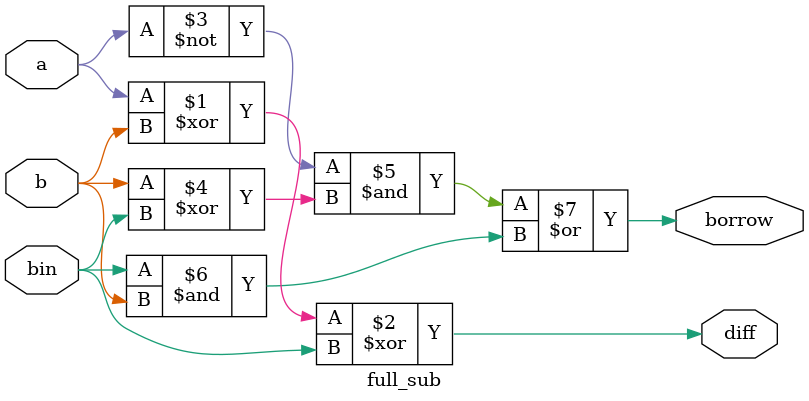
<source format=v>
`timescale 1ns / 1ps

module full_sub(
	 input a,b,bin,
	 output diff, borrow

);


assign diff = a ^ b ^ bin;
assign borrow = (~a & (b ^ bin)) | (bin & b);
endmodule

</source>
